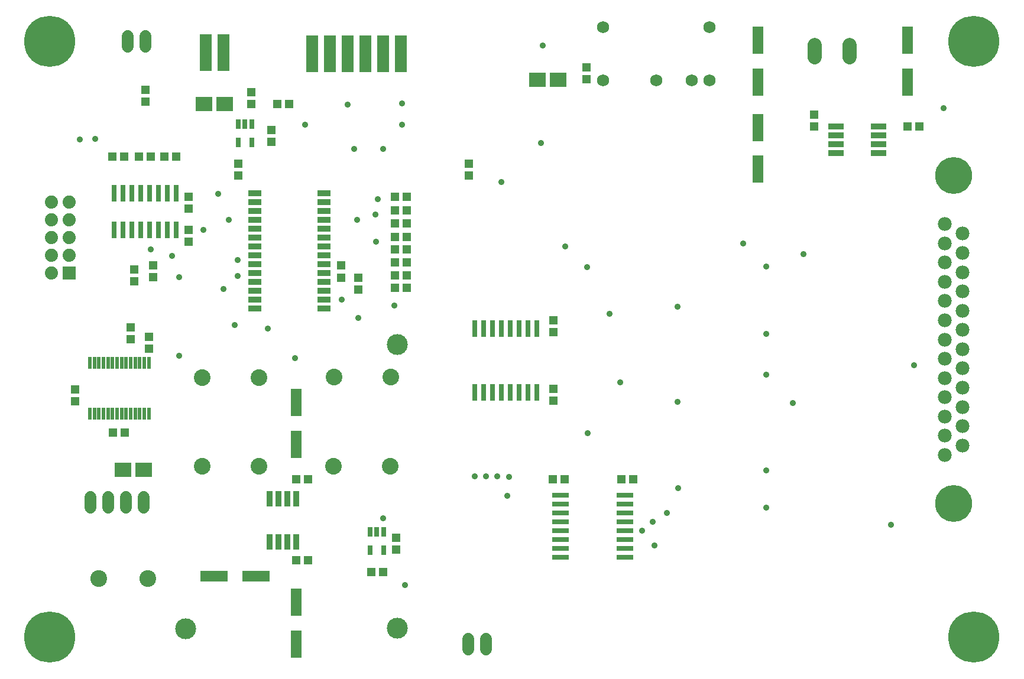
<source format=gbr>
G75*
G70*
%OFA0B0*%
%FSLAX24Y24*%
%IPPOS*%
%LPD*%
%AMOC8*
5,1,8,0,0,1.08239X$1,22.5*
%
%ADD10C,0.0946*%
%ADD11C,0.0780*%
%ADD12C,0.2080*%
%ADD13C,0.0680*%
%ADD14R,0.0926X0.0789*%
%ADD15R,0.0474X0.0513*%
%ADD16R,0.0880X0.0340*%
%ADD17R,0.0631X0.1576*%
%ADD18R,0.0513X0.0474*%
%ADD19R,0.0340X0.0880*%
%ADD20R,0.1576X0.0631*%
%ADD21R,0.0316X0.0946*%
%ADD22R,0.0946X0.0316*%
%ADD23R,0.0730X0.0380*%
%ADD24R,0.0297X0.0552*%
%ADD25R,0.0680X0.2080*%
%ADD26R,0.0237X0.0671*%
%ADD27C,0.1182*%
%ADD28C,0.0940*%
%ADD29C,0.0680*%
%ADD30C,0.0785*%
%ADD31R,0.0740X0.0740*%
%ADD32C,0.0740*%
%ADD33C,0.0360*%
%ADD34C,0.2880*%
D10*
X004951Y005481D03*
X007721Y005481D03*
D11*
X052641Y012456D03*
X053641Y012996D03*
X052641Y013546D03*
X053641Y014086D03*
X052641Y014626D03*
X053641Y015176D03*
X052641Y015716D03*
X053641Y016256D03*
X052641Y016806D03*
X053641Y017346D03*
X052641Y017886D03*
X053641Y018436D03*
X052641Y018976D03*
X053641Y019516D03*
X052641Y020066D03*
X053641Y020606D03*
X052641Y021146D03*
X053641Y021696D03*
X052641Y022236D03*
X053641Y022776D03*
X052641Y023326D03*
X053641Y023866D03*
X052641Y024406D03*
X053641Y024956D03*
X052641Y025496D03*
D12*
X053141Y028236D03*
X053141Y009716D03*
D13*
X039391Y033601D03*
X038391Y033601D03*
X036391Y033601D03*
X033391Y033601D03*
X033391Y036601D03*
X039391Y036601D03*
D14*
X030852Y033641D03*
X029691Y033641D03*
X012032Y032251D03*
X010871Y032251D03*
X007467Y011616D03*
X006306Y011616D03*
D15*
X003595Y015479D03*
X003595Y016149D03*
X010026Y024507D03*
X010026Y025176D03*
X010016Y026367D03*
X010016Y027036D03*
X014661Y030117D03*
X014661Y030786D03*
X015017Y032251D03*
X015686Y032251D03*
X021627Y027021D03*
X022296Y027021D03*
X022296Y026261D03*
X021627Y026261D03*
X021627Y025521D03*
X022296Y025521D03*
X022296Y024761D03*
X021627Y024761D03*
X021627Y024051D03*
X022296Y024051D03*
X022296Y023331D03*
X021627Y023331D03*
X021627Y022601D03*
X022296Y022601D03*
X022296Y021881D03*
X021627Y021881D03*
X018621Y022477D03*
X018621Y023146D03*
X030591Y020056D03*
X030591Y019387D03*
X030591Y016196D03*
X030591Y015527D03*
X021714Y007787D03*
X021714Y007118D03*
X020984Y005870D03*
X020314Y005870D03*
X045261Y030987D03*
X045261Y031656D03*
X032431Y033667D03*
X032431Y034336D03*
D16*
X046501Y030991D03*
X046501Y030491D03*
X046501Y029991D03*
X046501Y029491D03*
X048921Y029491D03*
X048921Y029991D03*
X048921Y030491D03*
X048921Y030991D03*
D17*
X050551Y033500D03*
X050551Y035863D03*
X042101Y035863D03*
X042101Y033500D03*
X042101Y030943D03*
X042101Y028580D03*
X016070Y015415D03*
X016070Y013053D03*
X016070Y004155D03*
X016070Y001793D03*
D18*
X016066Y006544D03*
X016735Y006544D03*
X016735Y011084D03*
X016066Y011084D03*
X006401Y013723D03*
X005732Y013723D03*
X007764Y018468D03*
X007764Y019137D03*
X006744Y019008D03*
X006744Y019677D03*
X006939Y022256D03*
X006939Y022925D03*
X007999Y023165D03*
X007999Y022496D03*
X012821Y028237D03*
X012821Y028906D03*
X009326Y029311D03*
X008657Y029311D03*
X007866Y029311D03*
X007197Y029311D03*
X006376Y029311D03*
X005707Y029311D03*
X007581Y032407D03*
X007581Y033076D03*
X013551Y032916D03*
X013551Y032247D03*
X025801Y028906D03*
X025801Y028237D03*
X019571Y022476D03*
X019571Y021807D03*
X030537Y011101D03*
X031206Y011101D03*
X034397Y011101D03*
X035066Y011101D03*
X050547Y030991D03*
X051216Y030991D03*
D19*
X016070Y009994D03*
X015570Y009994D03*
X015070Y009994D03*
X014570Y009994D03*
X014570Y007574D03*
X015070Y007574D03*
X015570Y007574D03*
X016070Y007574D03*
D20*
X013801Y005624D03*
X011439Y005624D03*
D21*
X026131Y015990D03*
X026631Y015990D03*
X027131Y015990D03*
X027631Y015990D03*
X028131Y015990D03*
X028631Y015990D03*
X029131Y015990D03*
X029631Y015990D03*
X029631Y019612D03*
X029131Y019612D03*
X028631Y019612D03*
X028131Y019612D03*
X027631Y019612D03*
X027131Y019612D03*
X026631Y019612D03*
X026131Y019612D03*
X009311Y025178D03*
X008811Y025178D03*
X008311Y025178D03*
X007811Y025178D03*
X007311Y025178D03*
X006811Y025178D03*
X006311Y025178D03*
X005811Y025178D03*
X005811Y027225D03*
X006311Y027225D03*
X006811Y027225D03*
X007311Y027225D03*
X007811Y027225D03*
X008311Y027225D03*
X008811Y027225D03*
X009311Y027225D03*
D22*
X030990Y010191D03*
X030990Y009691D03*
X030990Y009191D03*
X030990Y008691D03*
X030990Y008191D03*
X030990Y007691D03*
X030990Y007191D03*
X030990Y006691D03*
X034613Y006691D03*
X034613Y007191D03*
X034613Y007691D03*
X034613Y008191D03*
X034613Y008691D03*
X034613Y009191D03*
X034613Y009691D03*
X034613Y010191D03*
D23*
X017653Y020741D03*
X017653Y021241D03*
X017653Y021741D03*
X017653Y022241D03*
X017653Y022741D03*
X017653Y023241D03*
X017653Y023741D03*
X017653Y024241D03*
X017653Y024741D03*
X017653Y025241D03*
X017653Y025741D03*
X017653Y026241D03*
X017653Y026741D03*
X017653Y027241D03*
X013750Y027241D03*
X013750Y026741D03*
X013750Y026241D03*
X013750Y025741D03*
X013750Y025241D03*
X013750Y024741D03*
X013750Y024241D03*
X013750Y023741D03*
X013750Y023241D03*
X013750Y022741D03*
X013750Y022241D03*
X013750Y021741D03*
X013750Y021241D03*
X013750Y020741D03*
D24*
X013566Y030110D03*
X012817Y030110D03*
X012817Y031133D03*
X013191Y031133D03*
X013566Y031133D03*
X020250Y008124D03*
X020624Y008124D03*
X020998Y008124D03*
X020998Y007101D03*
X020250Y007101D03*
D25*
X019991Y035111D03*
X020991Y035111D03*
X021991Y035111D03*
X018991Y035111D03*
X017991Y035111D03*
X016991Y035111D03*
X011981Y035151D03*
X010981Y035151D03*
D26*
X007764Y017653D03*
X007508Y017653D03*
X007252Y017653D03*
X006996Y017653D03*
X006740Y017653D03*
X006484Y017653D03*
X006228Y017653D03*
X005972Y017653D03*
X005717Y017653D03*
X005461Y017653D03*
X005205Y017653D03*
X004949Y017653D03*
X004693Y017653D03*
X004437Y017653D03*
X004437Y014799D03*
X004693Y014799D03*
X004949Y014799D03*
X005205Y014799D03*
X005461Y014799D03*
X005717Y014799D03*
X005972Y014799D03*
X006228Y014799D03*
X006484Y014799D03*
X006740Y014799D03*
X006996Y014799D03*
X007252Y014799D03*
X007508Y014799D03*
X007764Y014799D03*
D27*
X021791Y018681D03*
X021781Y002681D03*
X009841Y002661D03*
D28*
X010770Y011834D03*
X013970Y011834D03*
X018170Y011834D03*
X021370Y011834D03*
X021393Y016849D03*
X018193Y016849D03*
X013970Y016834D03*
X010770Y016834D03*
D29*
X007461Y010111D02*
X007461Y009511D01*
X006461Y009511D02*
X006461Y010111D01*
X005461Y010111D02*
X005461Y009511D01*
X004461Y009511D02*
X004461Y010111D01*
X025771Y002106D02*
X025771Y001506D01*
X026771Y001506D02*
X026771Y002106D01*
X007561Y035501D02*
X007561Y036101D01*
X006561Y036101D02*
X006561Y035501D01*
D30*
X045307Y035604D02*
X045307Y034899D01*
X047276Y034899D02*
X047276Y035604D01*
D31*
X003291Y022741D03*
D32*
X002291Y022741D03*
X002291Y023741D03*
X003291Y023741D03*
X003291Y024741D03*
X002291Y024741D03*
X002291Y025741D03*
X003291Y025741D03*
X003291Y026741D03*
X002291Y026741D03*
D33*
X003871Y030271D03*
X004731Y030281D03*
X011661Y027211D03*
X012281Y025741D03*
X010851Y025171D03*
X009061Y023691D03*
X007891Y024071D03*
X009471Y022491D03*
X011981Y021831D03*
X012771Y022551D03*
X012771Y023461D03*
X012601Y019811D03*
X014461Y019581D03*
X016011Y017941D03*
X019561Y020211D03*
X018651Y021231D03*
X021621Y020901D03*
X020571Y024501D03*
X019511Y025731D03*
X020551Y026041D03*
X020671Y026911D03*
X020991Y029741D03*
X019351Y029721D03*
X022041Y031101D03*
X022041Y032301D03*
X018991Y032221D03*
X016561Y031091D03*
X027651Y027871D03*
X029861Y030071D03*
X029991Y035555D03*
X041291Y024381D03*
X042591Y023081D03*
X044681Y023801D03*
X042591Y019281D03*
X042591Y016981D03*
X044091Y015381D03*
X042591Y011581D03*
X042591Y009481D03*
X037601Y010591D03*
X036981Y009191D03*
X036161Y008691D03*
X035561Y008191D03*
X036271Y007351D03*
X027971Y010161D03*
X028061Y011241D03*
X027421Y011251D03*
X026791Y011251D03*
X026131Y011251D03*
X020991Y008901D03*
X022201Y005121D03*
X032501Y013711D03*
X034351Y016561D03*
X037591Y015471D03*
X033731Y020421D03*
X032491Y023051D03*
X031251Y024231D03*
X037581Y020841D03*
X050911Y017521D03*
X049611Y008541D03*
X052591Y032031D03*
X009461Y018051D03*
D34*
X002191Y002181D03*
X054291Y002181D03*
X054291Y035781D03*
X002191Y035781D03*
M02*

</source>
